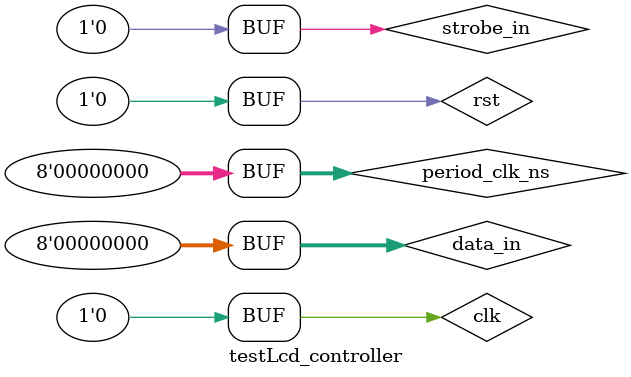
<source format=v>
`timescale 1ns / 1ps

module testLcd_controller;

	// Inputs
	reg rst;
	reg clk;
	reg [7:0] data_in;
	reg strobe_in;
	reg [7:0] period_clk_ns;

	// Outputs
	wire lcd_e;
	wire [3:0] lcd_nibble;
	wire lcd_rs;
	wire lcd_rw;
	wire disable_flash;
	wire done;

	// Instantiate the Unit Under Test (UUT)
	lcd_controller uut (
		.rst(rst), 
		.clk(clk), 
		.data_in(data_in), 
		.strobe_in(strobe_in), 
		.period_clk_ns(period_clk_ns), 
		.lcd_e(lcd_e), 
		.lcd_nibble(lcd_nibble), 
		.lcd_rs(lcd_rs), 
		.lcd_rw(lcd_rw), 
		.disable_flash(disable_flash), 
		.done(done)
	);

	initial begin
		// Initialize Inputs
		rst = 0;
		clk = 0;
		data_in = 0;
		strobe_in = 0;
		period_clk_ns = 0;

		// Wait 100 ns for global reset to finish
		#100;
        
		// Add stimulus here

	end
      
endmodule


</source>
